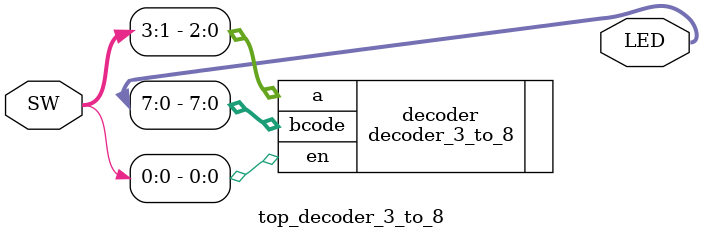
<source format=sv>
`timescale 1ns / 1ps

module top_decoder_3_to_8(
    input logic [15:0] SW,
    output logic [15:0] LED
    );

    decoder_3_to_8 decoder(.en(SW[0]), .a(SW[3:1]), .bcode(LED[7:0]));

endmodule

</source>
